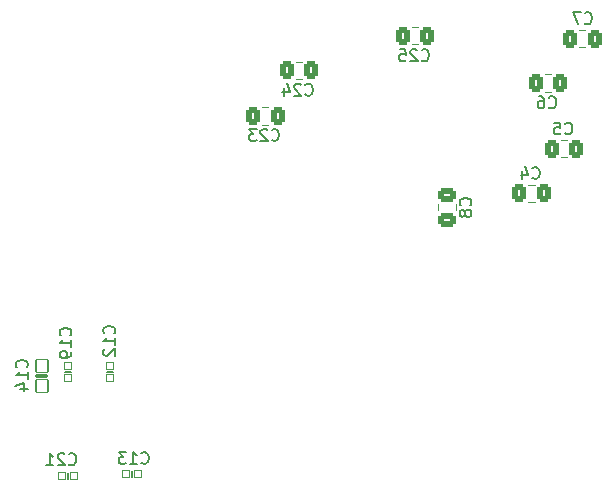
<source format=gbo>
G04 #@! TF.GenerationSoftware,KiCad,Pcbnew,7.0.3*
G04 #@! TF.CreationDate,2023-06-15T19:20:55+02:00*
G04 #@! TF.ProjectId,osc_v2,6f73635f-7632-42e6-9b69-6361645f7063,rev?*
G04 #@! TF.SameCoordinates,Original*
G04 #@! TF.FileFunction,Legend,Bot*
G04 #@! TF.FilePolarity,Positive*
%FSLAX46Y46*%
G04 Gerber Fmt 4.6, Leading zero omitted, Abs format (unit mm)*
G04 Created by KiCad (PCBNEW 7.0.3) date 2023-06-15 19:20:55*
%MOMM*%
%LPD*%
G01*
G04 APERTURE LIST*
G04 Aperture macros list*
%AMRoundRect*
0 Rectangle with rounded corners*
0 $1 Rounding radius*
0 $2 $3 $4 $5 $6 $7 $8 $9 X,Y pos of 4 corners*
0 Add a 4 corners polygon primitive as box body*
4,1,4,$2,$3,$4,$5,$6,$7,$8,$9,$2,$3,0*
0 Add four circle primitives for the rounded corners*
1,1,$1+$1,$2,$3*
1,1,$1+$1,$4,$5*
1,1,$1+$1,$6,$7*
1,1,$1+$1,$8,$9*
0 Add four rect primitives between the rounded corners*
20,1,$1+$1,$2,$3,$4,$5,0*
20,1,$1+$1,$4,$5,$6,$7,0*
20,1,$1+$1,$6,$7,$8,$9,0*
20,1,$1+$1,$8,$9,$2,$3,0*%
G04 Aperture macros list end*
%ADD10C,0.150000*%
%ADD11C,0.203200*%
%ADD12C,0.120000*%
%ADD13C,0.304800*%
%ADD14R,1.350000X1.350000*%
%ADD15O,1.350000X1.350000*%
%ADD16O,2.016000X1.008000*%
%ADD17RoundRect,0.050800X-0.300000X0.300000X-0.300000X-0.300000X0.300000X-0.300000X0.300000X0.300000X0*%
%ADD18RoundRect,0.250000X0.337500X0.475000X-0.337500X0.475000X-0.337500X-0.475000X0.337500X-0.475000X0*%
%ADD19RoundRect,0.050800X0.300000X0.300000X-0.300000X0.300000X-0.300000X-0.300000X0.300000X-0.300000X0*%
%ADD20RoundRect,0.250000X-0.337500X-0.475000X0.337500X-0.475000X0.337500X0.475000X-0.337500X0.475000X0*%
%ADD21RoundRect,0.050800X0.300000X-0.300000X0.300000X0.300000X-0.300000X0.300000X-0.300000X-0.300000X0*%
%ADD22RoundRect,0.050800X0.500000X-0.537500X0.500000X0.537500X-0.500000X0.537500X-0.500000X-0.537500X0*%
%ADD23RoundRect,0.250000X-0.475000X0.337500X-0.475000X-0.337500X0.475000X-0.337500X0.475000X0.337500X0*%
G04 APERTURE END LIST*
D10*
X92629580Y-140508207D02*
X92677200Y-140460588D01*
X92677200Y-140460588D02*
X92724819Y-140317731D01*
X92724819Y-140317731D02*
X92724819Y-140222493D01*
X92724819Y-140222493D02*
X92677200Y-140079636D01*
X92677200Y-140079636D02*
X92581961Y-139984398D01*
X92581961Y-139984398D02*
X92486723Y-139936779D01*
X92486723Y-139936779D02*
X92296247Y-139889160D01*
X92296247Y-139889160D02*
X92153390Y-139889160D01*
X92153390Y-139889160D02*
X91962914Y-139936779D01*
X91962914Y-139936779D02*
X91867676Y-139984398D01*
X91867676Y-139984398D02*
X91772438Y-140079636D01*
X91772438Y-140079636D02*
X91724819Y-140222493D01*
X91724819Y-140222493D02*
X91724819Y-140317731D01*
X91724819Y-140317731D02*
X91772438Y-140460588D01*
X91772438Y-140460588D02*
X91820057Y-140508207D01*
X92724819Y-141460588D02*
X92724819Y-140889160D01*
X92724819Y-141174874D02*
X91724819Y-141174874D01*
X91724819Y-141174874D02*
X91867676Y-141079636D01*
X91867676Y-141079636D02*
X91962914Y-140984398D01*
X91962914Y-140984398D02*
X92010533Y-140889160D01*
X91820057Y-141841541D02*
X91772438Y-141889160D01*
X91772438Y-141889160D02*
X91724819Y-141984398D01*
X91724819Y-141984398D02*
X91724819Y-142222493D01*
X91724819Y-142222493D02*
X91772438Y-142317731D01*
X91772438Y-142317731D02*
X91820057Y-142365350D01*
X91820057Y-142365350D02*
X91915295Y-142412969D01*
X91915295Y-142412969D02*
X92010533Y-142412969D01*
X92010533Y-142412969D02*
X92153390Y-142365350D01*
X92153390Y-142365350D02*
X92724819Y-141793922D01*
X92724819Y-141793922D02*
X92724819Y-142412969D01*
X118669173Y-117369580D02*
X118716792Y-117417200D01*
X118716792Y-117417200D02*
X118859649Y-117464819D01*
X118859649Y-117464819D02*
X118954887Y-117464819D01*
X118954887Y-117464819D02*
X119097744Y-117417200D01*
X119097744Y-117417200D02*
X119192982Y-117321961D01*
X119192982Y-117321961D02*
X119240601Y-117226723D01*
X119240601Y-117226723D02*
X119288220Y-117036247D01*
X119288220Y-117036247D02*
X119288220Y-116893390D01*
X119288220Y-116893390D02*
X119240601Y-116702914D01*
X119240601Y-116702914D02*
X119192982Y-116607676D01*
X119192982Y-116607676D02*
X119097744Y-116512438D01*
X119097744Y-116512438D02*
X118954887Y-116464819D01*
X118954887Y-116464819D02*
X118859649Y-116464819D01*
X118859649Y-116464819D02*
X118716792Y-116512438D01*
X118716792Y-116512438D02*
X118669173Y-116560057D01*
X118288220Y-116560057D02*
X118240601Y-116512438D01*
X118240601Y-116512438D02*
X118145363Y-116464819D01*
X118145363Y-116464819D02*
X117907268Y-116464819D01*
X117907268Y-116464819D02*
X117812030Y-116512438D01*
X117812030Y-116512438D02*
X117764411Y-116560057D01*
X117764411Y-116560057D02*
X117716792Y-116655295D01*
X117716792Y-116655295D02*
X117716792Y-116750533D01*
X117716792Y-116750533D02*
X117764411Y-116893390D01*
X117764411Y-116893390D02*
X118335839Y-117464819D01*
X118335839Y-117464819D02*
X117716792Y-117464819D01*
X116812030Y-116464819D02*
X117288220Y-116464819D01*
X117288220Y-116464819D02*
X117335839Y-116941009D01*
X117335839Y-116941009D02*
X117288220Y-116893390D01*
X117288220Y-116893390D02*
X117192982Y-116845771D01*
X117192982Y-116845771D02*
X116954887Y-116845771D01*
X116954887Y-116845771D02*
X116859649Y-116893390D01*
X116859649Y-116893390D02*
X116812030Y-116941009D01*
X116812030Y-116941009D02*
X116764411Y-117036247D01*
X116764411Y-117036247D02*
X116764411Y-117274342D01*
X116764411Y-117274342D02*
X116812030Y-117369580D01*
X116812030Y-117369580D02*
X116859649Y-117417200D01*
X116859649Y-117417200D02*
X116954887Y-117464819D01*
X116954887Y-117464819D02*
X117192982Y-117464819D01*
X117192982Y-117464819D02*
X117288220Y-117417200D01*
X117288220Y-117417200D02*
X117335839Y-117369580D01*
X94946792Y-151474580D02*
X94994411Y-151522200D01*
X94994411Y-151522200D02*
X95137268Y-151569819D01*
X95137268Y-151569819D02*
X95232506Y-151569819D01*
X95232506Y-151569819D02*
X95375363Y-151522200D01*
X95375363Y-151522200D02*
X95470601Y-151426961D01*
X95470601Y-151426961D02*
X95518220Y-151331723D01*
X95518220Y-151331723D02*
X95565839Y-151141247D01*
X95565839Y-151141247D02*
X95565839Y-150998390D01*
X95565839Y-150998390D02*
X95518220Y-150807914D01*
X95518220Y-150807914D02*
X95470601Y-150712676D01*
X95470601Y-150712676D02*
X95375363Y-150617438D01*
X95375363Y-150617438D02*
X95232506Y-150569819D01*
X95232506Y-150569819D02*
X95137268Y-150569819D01*
X95137268Y-150569819D02*
X94994411Y-150617438D01*
X94994411Y-150617438D02*
X94946792Y-150665057D01*
X93994411Y-151569819D02*
X94565839Y-151569819D01*
X94280125Y-151569819D02*
X94280125Y-150569819D01*
X94280125Y-150569819D02*
X94375363Y-150712676D01*
X94375363Y-150712676D02*
X94470601Y-150807914D01*
X94470601Y-150807914D02*
X94565839Y-150855533D01*
X93661077Y-150569819D02*
X93042030Y-150569819D01*
X93042030Y-150569819D02*
X93375363Y-150950771D01*
X93375363Y-150950771D02*
X93232506Y-150950771D01*
X93232506Y-150950771D02*
X93137268Y-150998390D01*
X93137268Y-150998390D02*
X93089649Y-151046009D01*
X93089649Y-151046009D02*
X93042030Y-151141247D01*
X93042030Y-151141247D02*
X93042030Y-151379342D01*
X93042030Y-151379342D02*
X93089649Y-151474580D01*
X93089649Y-151474580D02*
X93137268Y-151522200D01*
X93137268Y-151522200D02*
X93232506Y-151569819D01*
X93232506Y-151569819D02*
X93518220Y-151569819D01*
X93518220Y-151569819D02*
X93613458Y-151522200D01*
X93613458Y-151522200D02*
X93661077Y-151474580D01*
X132472982Y-114239580D02*
X132520601Y-114287200D01*
X132520601Y-114287200D02*
X132663458Y-114334819D01*
X132663458Y-114334819D02*
X132758696Y-114334819D01*
X132758696Y-114334819D02*
X132901553Y-114287200D01*
X132901553Y-114287200D02*
X132996791Y-114191961D01*
X132996791Y-114191961D02*
X133044410Y-114096723D01*
X133044410Y-114096723D02*
X133092029Y-113906247D01*
X133092029Y-113906247D02*
X133092029Y-113763390D01*
X133092029Y-113763390D02*
X133044410Y-113572914D01*
X133044410Y-113572914D02*
X132996791Y-113477676D01*
X132996791Y-113477676D02*
X132901553Y-113382438D01*
X132901553Y-113382438D02*
X132758696Y-113334819D01*
X132758696Y-113334819D02*
X132663458Y-113334819D01*
X132663458Y-113334819D02*
X132520601Y-113382438D01*
X132520601Y-113382438D02*
X132472982Y-113430057D01*
X132139648Y-113334819D02*
X131472982Y-113334819D01*
X131472982Y-113334819D02*
X131901553Y-114334819D01*
X108831673Y-120289580D02*
X108879292Y-120337200D01*
X108879292Y-120337200D02*
X109022149Y-120384819D01*
X109022149Y-120384819D02*
X109117387Y-120384819D01*
X109117387Y-120384819D02*
X109260244Y-120337200D01*
X109260244Y-120337200D02*
X109355482Y-120241961D01*
X109355482Y-120241961D02*
X109403101Y-120146723D01*
X109403101Y-120146723D02*
X109450720Y-119956247D01*
X109450720Y-119956247D02*
X109450720Y-119813390D01*
X109450720Y-119813390D02*
X109403101Y-119622914D01*
X109403101Y-119622914D02*
X109355482Y-119527676D01*
X109355482Y-119527676D02*
X109260244Y-119432438D01*
X109260244Y-119432438D02*
X109117387Y-119384819D01*
X109117387Y-119384819D02*
X109022149Y-119384819D01*
X109022149Y-119384819D02*
X108879292Y-119432438D01*
X108879292Y-119432438D02*
X108831673Y-119480057D01*
X108450720Y-119480057D02*
X108403101Y-119432438D01*
X108403101Y-119432438D02*
X108307863Y-119384819D01*
X108307863Y-119384819D02*
X108069768Y-119384819D01*
X108069768Y-119384819D02*
X107974530Y-119432438D01*
X107974530Y-119432438D02*
X107926911Y-119480057D01*
X107926911Y-119480057D02*
X107879292Y-119575295D01*
X107879292Y-119575295D02*
X107879292Y-119670533D01*
X107879292Y-119670533D02*
X107926911Y-119813390D01*
X107926911Y-119813390D02*
X108498339Y-120384819D01*
X108498339Y-120384819D02*
X107879292Y-120384819D01*
X107022149Y-119718152D02*
X107022149Y-120384819D01*
X107260244Y-119337200D02*
X107498339Y-120051485D01*
X107498339Y-120051485D02*
X106879292Y-120051485D01*
X88799292Y-151580680D02*
X88846911Y-151628300D01*
X88846911Y-151628300D02*
X88989768Y-151675919D01*
X88989768Y-151675919D02*
X89085006Y-151675919D01*
X89085006Y-151675919D02*
X89227863Y-151628300D01*
X89227863Y-151628300D02*
X89323101Y-151533061D01*
X89323101Y-151533061D02*
X89370720Y-151437823D01*
X89370720Y-151437823D02*
X89418339Y-151247347D01*
X89418339Y-151247347D02*
X89418339Y-151104490D01*
X89418339Y-151104490D02*
X89370720Y-150914014D01*
X89370720Y-150914014D02*
X89323101Y-150818776D01*
X89323101Y-150818776D02*
X89227863Y-150723538D01*
X89227863Y-150723538D02*
X89085006Y-150675919D01*
X89085006Y-150675919D02*
X88989768Y-150675919D01*
X88989768Y-150675919D02*
X88846911Y-150723538D01*
X88846911Y-150723538D02*
X88799292Y-150771157D01*
X88418339Y-150771157D02*
X88370720Y-150723538D01*
X88370720Y-150723538D02*
X88275482Y-150675919D01*
X88275482Y-150675919D02*
X88037387Y-150675919D01*
X88037387Y-150675919D02*
X87942149Y-150723538D01*
X87942149Y-150723538D02*
X87894530Y-150771157D01*
X87894530Y-150771157D02*
X87846911Y-150866395D01*
X87846911Y-150866395D02*
X87846911Y-150961633D01*
X87846911Y-150961633D02*
X87894530Y-151104490D01*
X87894530Y-151104490D02*
X88465958Y-151675919D01*
X88465958Y-151675919D02*
X87846911Y-151675919D01*
X86894530Y-151675919D02*
X87465958Y-151675919D01*
X87180244Y-151675919D02*
X87180244Y-150675919D01*
X87180244Y-150675919D02*
X87275482Y-150818776D01*
X87275482Y-150818776D02*
X87370720Y-150914014D01*
X87370720Y-150914014D02*
X87465958Y-150961633D01*
X88929580Y-140686283D02*
X88977200Y-140638664D01*
X88977200Y-140638664D02*
X89024819Y-140495807D01*
X89024819Y-140495807D02*
X89024819Y-140400569D01*
X89024819Y-140400569D02*
X88977200Y-140257712D01*
X88977200Y-140257712D02*
X88881961Y-140162474D01*
X88881961Y-140162474D02*
X88786723Y-140114855D01*
X88786723Y-140114855D02*
X88596247Y-140067236D01*
X88596247Y-140067236D02*
X88453390Y-140067236D01*
X88453390Y-140067236D02*
X88262914Y-140114855D01*
X88262914Y-140114855D02*
X88167676Y-140162474D01*
X88167676Y-140162474D02*
X88072438Y-140257712D01*
X88072438Y-140257712D02*
X88024819Y-140400569D01*
X88024819Y-140400569D02*
X88024819Y-140495807D01*
X88024819Y-140495807D02*
X88072438Y-140638664D01*
X88072438Y-140638664D02*
X88120057Y-140686283D01*
X89024819Y-141638664D02*
X89024819Y-141067236D01*
X89024819Y-141352950D02*
X88024819Y-141352950D01*
X88024819Y-141352950D02*
X88167676Y-141257712D01*
X88167676Y-141257712D02*
X88262914Y-141162474D01*
X88262914Y-141162474D02*
X88310533Y-141067236D01*
X89024819Y-142114855D02*
X89024819Y-142305331D01*
X89024819Y-142305331D02*
X88977200Y-142400569D01*
X88977200Y-142400569D02*
X88929580Y-142448188D01*
X88929580Y-142448188D02*
X88786723Y-142543426D01*
X88786723Y-142543426D02*
X88596247Y-142591045D01*
X88596247Y-142591045D02*
X88215295Y-142591045D01*
X88215295Y-142591045D02*
X88120057Y-142543426D01*
X88120057Y-142543426D02*
X88072438Y-142495807D01*
X88072438Y-142495807D02*
X88024819Y-142400569D01*
X88024819Y-142400569D02*
X88024819Y-142210093D01*
X88024819Y-142210093D02*
X88072438Y-142114855D01*
X88072438Y-142114855D02*
X88120057Y-142067236D01*
X88120057Y-142067236D02*
X88215295Y-142019617D01*
X88215295Y-142019617D02*
X88453390Y-142019617D01*
X88453390Y-142019617D02*
X88548628Y-142067236D01*
X88548628Y-142067236D02*
X88596247Y-142114855D01*
X88596247Y-142114855D02*
X88643866Y-142210093D01*
X88643866Y-142210093D02*
X88643866Y-142400569D01*
X88643866Y-142400569D02*
X88596247Y-142495807D01*
X88596247Y-142495807D02*
X88548628Y-142543426D01*
X88548628Y-142543426D02*
X88453390Y-142591045D01*
X85229580Y-143403445D02*
X85277200Y-143355826D01*
X85277200Y-143355826D02*
X85324819Y-143212969D01*
X85324819Y-143212969D02*
X85324819Y-143117731D01*
X85324819Y-143117731D02*
X85277200Y-142974874D01*
X85277200Y-142974874D02*
X85181961Y-142879636D01*
X85181961Y-142879636D02*
X85086723Y-142832017D01*
X85086723Y-142832017D02*
X84896247Y-142784398D01*
X84896247Y-142784398D02*
X84753390Y-142784398D01*
X84753390Y-142784398D02*
X84562914Y-142832017D01*
X84562914Y-142832017D02*
X84467676Y-142879636D01*
X84467676Y-142879636D02*
X84372438Y-142974874D01*
X84372438Y-142974874D02*
X84324819Y-143117731D01*
X84324819Y-143117731D02*
X84324819Y-143212969D01*
X84324819Y-143212969D02*
X84372438Y-143355826D01*
X84372438Y-143355826D02*
X84420057Y-143403445D01*
X85324819Y-144355826D02*
X85324819Y-143784398D01*
X85324819Y-144070112D02*
X84324819Y-144070112D01*
X84324819Y-144070112D02*
X84467676Y-143974874D01*
X84467676Y-143974874D02*
X84562914Y-143879636D01*
X84562914Y-143879636D02*
X84610533Y-143784398D01*
X84658152Y-145212969D02*
X85324819Y-145212969D01*
X84277200Y-144974874D02*
X84991485Y-144736779D01*
X84991485Y-144736779D02*
X84991485Y-145355826D01*
X129452982Y-121359580D02*
X129500601Y-121407200D01*
X129500601Y-121407200D02*
X129643458Y-121454819D01*
X129643458Y-121454819D02*
X129738696Y-121454819D01*
X129738696Y-121454819D02*
X129881553Y-121407200D01*
X129881553Y-121407200D02*
X129976791Y-121311961D01*
X129976791Y-121311961D02*
X130024410Y-121216723D01*
X130024410Y-121216723D02*
X130072029Y-121026247D01*
X130072029Y-121026247D02*
X130072029Y-120883390D01*
X130072029Y-120883390D02*
X130024410Y-120692914D01*
X130024410Y-120692914D02*
X129976791Y-120597676D01*
X129976791Y-120597676D02*
X129881553Y-120502438D01*
X129881553Y-120502438D02*
X129738696Y-120454819D01*
X129738696Y-120454819D02*
X129643458Y-120454819D01*
X129643458Y-120454819D02*
X129500601Y-120502438D01*
X129500601Y-120502438D02*
X129452982Y-120550057D01*
X128595839Y-120454819D02*
X128786315Y-120454819D01*
X128786315Y-120454819D02*
X128881553Y-120502438D01*
X128881553Y-120502438D02*
X128929172Y-120550057D01*
X128929172Y-120550057D02*
X129024410Y-120692914D01*
X129024410Y-120692914D02*
X129072029Y-120883390D01*
X129072029Y-120883390D02*
X129072029Y-121264342D01*
X129072029Y-121264342D02*
X129024410Y-121359580D01*
X129024410Y-121359580D02*
X128976791Y-121407200D01*
X128976791Y-121407200D02*
X128881553Y-121454819D01*
X128881553Y-121454819D02*
X128691077Y-121454819D01*
X128691077Y-121454819D02*
X128595839Y-121407200D01*
X128595839Y-121407200D02*
X128548220Y-121359580D01*
X128548220Y-121359580D02*
X128500601Y-121264342D01*
X128500601Y-121264342D02*
X128500601Y-121026247D01*
X128500601Y-121026247D02*
X128548220Y-120931009D01*
X128548220Y-120931009D02*
X128595839Y-120883390D01*
X128595839Y-120883390D02*
X128691077Y-120835771D01*
X128691077Y-120835771D02*
X128881553Y-120835771D01*
X128881553Y-120835771D02*
X128976791Y-120883390D01*
X128976791Y-120883390D02*
X129024410Y-120931009D01*
X129024410Y-120931009D02*
X129072029Y-121026247D01*
X122794580Y-129682017D02*
X122842200Y-129634398D01*
X122842200Y-129634398D02*
X122889819Y-129491541D01*
X122889819Y-129491541D02*
X122889819Y-129396303D01*
X122889819Y-129396303D02*
X122842200Y-129253446D01*
X122842200Y-129253446D02*
X122746961Y-129158208D01*
X122746961Y-129158208D02*
X122651723Y-129110589D01*
X122651723Y-129110589D02*
X122461247Y-129062970D01*
X122461247Y-129062970D02*
X122318390Y-129062970D01*
X122318390Y-129062970D02*
X122127914Y-129110589D01*
X122127914Y-129110589D02*
X122032676Y-129158208D01*
X122032676Y-129158208D02*
X121937438Y-129253446D01*
X121937438Y-129253446D02*
X121889819Y-129396303D01*
X121889819Y-129396303D02*
X121889819Y-129491541D01*
X121889819Y-129491541D02*
X121937438Y-129634398D01*
X121937438Y-129634398D02*
X121985057Y-129682017D01*
X122318390Y-130253446D02*
X122270771Y-130158208D01*
X122270771Y-130158208D02*
X122223152Y-130110589D01*
X122223152Y-130110589D02*
X122127914Y-130062970D01*
X122127914Y-130062970D02*
X122080295Y-130062970D01*
X122080295Y-130062970D02*
X121985057Y-130110589D01*
X121985057Y-130110589D02*
X121937438Y-130158208D01*
X121937438Y-130158208D02*
X121889819Y-130253446D01*
X121889819Y-130253446D02*
X121889819Y-130443922D01*
X121889819Y-130443922D02*
X121937438Y-130539160D01*
X121937438Y-130539160D02*
X121985057Y-130586779D01*
X121985057Y-130586779D02*
X122080295Y-130634398D01*
X122080295Y-130634398D02*
X122127914Y-130634398D01*
X122127914Y-130634398D02*
X122223152Y-130586779D01*
X122223152Y-130586779D02*
X122270771Y-130539160D01*
X122270771Y-130539160D02*
X122318390Y-130443922D01*
X122318390Y-130443922D02*
X122318390Y-130253446D01*
X122318390Y-130253446D02*
X122366009Y-130158208D01*
X122366009Y-130158208D02*
X122413628Y-130110589D01*
X122413628Y-130110589D02*
X122508866Y-130062970D01*
X122508866Y-130062970D02*
X122699342Y-130062970D01*
X122699342Y-130062970D02*
X122794580Y-130110589D01*
X122794580Y-130110589D02*
X122842200Y-130158208D01*
X122842200Y-130158208D02*
X122889819Y-130253446D01*
X122889819Y-130253446D02*
X122889819Y-130443922D01*
X122889819Y-130443922D02*
X122842200Y-130539160D01*
X122842200Y-130539160D02*
X122794580Y-130586779D01*
X122794580Y-130586779D02*
X122699342Y-130634398D01*
X122699342Y-130634398D02*
X122508866Y-130634398D01*
X122508866Y-130634398D02*
X122413628Y-130586779D01*
X122413628Y-130586779D02*
X122366009Y-130539160D01*
X122366009Y-130539160D02*
X122318390Y-130443922D01*
X105981673Y-124139580D02*
X106029292Y-124187200D01*
X106029292Y-124187200D02*
X106172149Y-124234819D01*
X106172149Y-124234819D02*
X106267387Y-124234819D01*
X106267387Y-124234819D02*
X106410244Y-124187200D01*
X106410244Y-124187200D02*
X106505482Y-124091961D01*
X106505482Y-124091961D02*
X106553101Y-123996723D01*
X106553101Y-123996723D02*
X106600720Y-123806247D01*
X106600720Y-123806247D02*
X106600720Y-123663390D01*
X106600720Y-123663390D02*
X106553101Y-123472914D01*
X106553101Y-123472914D02*
X106505482Y-123377676D01*
X106505482Y-123377676D02*
X106410244Y-123282438D01*
X106410244Y-123282438D02*
X106267387Y-123234819D01*
X106267387Y-123234819D02*
X106172149Y-123234819D01*
X106172149Y-123234819D02*
X106029292Y-123282438D01*
X106029292Y-123282438D02*
X105981673Y-123330057D01*
X105600720Y-123330057D02*
X105553101Y-123282438D01*
X105553101Y-123282438D02*
X105457863Y-123234819D01*
X105457863Y-123234819D02*
X105219768Y-123234819D01*
X105219768Y-123234819D02*
X105124530Y-123282438D01*
X105124530Y-123282438D02*
X105076911Y-123330057D01*
X105076911Y-123330057D02*
X105029292Y-123425295D01*
X105029292Y-123425295D02*
X105029292Y-123520533D01*
X105029292Y-123520533D02*
X105076911Y-123663390D01*
X105076911Y-123663390D02*
X105648339Y-124234819D01*
X105648339Y-124234819D02*
X105029292Y-124234819D01*
X104695958Y-123234819D02*
X104076911Y-123234819D01*
X104076911Y-123234819D02*
X104410244Y-123615771D01*
X104410244Y-123615771D02*
X104267387Y-123615771D01*
X104267387Y-123615771D02*
X104172149Y-123663390D01*
X104172149Y-123663390D02*
X104124530Y-123711009D01*
X104124530Y-123711009D02*
X104076911Y-123806247D01*
X104076911Y-123806247D02*
X104076911Y-124044342D01*
X104076911Y-124044342D02*
X104124530Y-124139580D01*
X104124530Y-124139580D02*
X104172149Y-124187200D01*
X104172149Y-124187200D02*
X104267387Y-124234819D01*
X104267387Y-124234819D02*
X104553101Y-124234819D01*
X104553101Y-124234819D02*
X104648339Y-124187200D01*
X104648339Y-124187200D02*
X104695958Y-124139580D01*
X128047982Y-127334580D02*
X128095601Y-127382200D01*
X128095601Y-127382200D02*
X128238458Y-127429819D01*
X128238458Y-127429819D02*
X128333696Y-127429819D01*
X128333696Y-127429819D02*
X128476553Y-127382200D01*
X128476553Y-127382200D02*
X128571791Y-127286961D01*
X128571791Y-127286961D02*
X128619410Y-127191723D01*
X128619410Y-127191723D02*
X128667029Y-127001247D01*
X128667029Y-127001247D02*
X128667029Y-126858390D01*
X128667029Y-126858390D02*
X128619410Y-126667914D01*
X128619410Y-126667914D02*
X128571791Y-126572676D01*
X128571791Y-126572676D02*
X128476553Y-126477438D01*
X128476553Y-126477438D02*
X128333696Y-126429819D01*
X128333696Y-126429819D02*
X128238458Y-126429819D01*
X128238458Y-126429819D02*
X128095601Y-126477438D01*
X128095601Y-126477438D02*
X128047982Y-126525057D01*
X127190839Y-126763152D02*
X127190839Y-127429819D01*
X127428934Y-126382200D02*
X127667029Y-127096485D01*
X127667029Y-127096485D02*
X127047982Y-127096485D01*
X130810482Y-123584580D02*
X130858101Y-123632200D01*
X130858101Y-123632200D02*
X131000958Y-123679819D01*
X131000958Y-123679819D02*
X131096196Y-123679819D01*
X131096196Y-123679819D02*
X131239053Y-123632200D01*
X131239053Y-123632200D02*
X131334291Y-123536961D01*
X131334291Y-123536961D02*
X131381910Y-123441723D01*
X131381910Y-123441723D02*
X131429529Y-123251247D01*
X131429529Y-123251247D02*
X131429529Y-123108390D01*
X131429529Y-123108390D02*
X131381910Y-122917914D01*
X131381910Y-122917914D02*
X131334291Y-122822676D01*
X131334291Y-122822676D02*
X131239053Y-122727438D01*
X131239053Y-122727438D02*
X131096196Y-122679819D01*
X131096196Y-122679819D02*
X131000958Y-122679819D01*
X131000958Y-122679819D02*
X130858101Y-122727438D01*
X130858101Y-122727438D02*
X130810482Y-122775057D01*
X129905720Y-122679819D02*
X130381910Y-122679819D01*
X130381910Y-122679819D02*
X130429529Y-123156009D01*
X130429529Y-123156009D02*
X130381910Y-123108390D01*
X130381910Y-123108390D02*
X130286672Y-123060771D01*
X130286672Y-123060771D02*
X130048577Y-123060771D01*
X130048577Y-123060771D02*
X129953339Y-123108390D01*
X129953339Y-123108390D02*
X129905720Y-123156009D01*
X129905720Y-123156009D02*
X129858101Y-123251247D01*
X129858101Y-123251247D02*
X129858101Y-123489342D01*
X129858101Y-123489342D02*
X129905720Y-123584580D01*
X129905720Y-123584580D02*
X129953339Y-123632200D01*
X129953339Y-123632200D02*
X130048577Y-123679819D01*
X130048577Y-123679819D02*
X130286672Y-123679819D01*
X130286672Y-123679819D02*
X130381910Y-123632200D01*
X130381910Y-123632200D02*
X130429529Y-123584580D01*
D11*
X92055838Y-143774838D02*
X92563838Y-143774838D01*
D12*
X118386252Y-116045000D02*
X117863748Y-116045000D01*
X118386252Y-114575000D02*
X117863748Y-114575000D01*
D11*
X94155000Y-152146000D02*
X94155000Y-152654000D01*
D12*
X132023748Y-114835000D02*
X132546252Y-114835000D01*
X132023748Y-116305000D02*
X132546252Y-116305000D01*
X108026248Y-117515000D02*
X108548752Y-117515000D01*
X108026248Y-118985000D02*
X108548752Y-118985000D01*
D11*
X88755000Y-152346000D02*
X88755000Y-152854000D01*
X89009000Y-143782838D02*
X88501000Y-143782838D01*
D13*
X86909838Y-144124838D02*
X86109838Y-144124838D01*
D12*
X129123748Y-118585000D02*
X129646252Y-118585000D01*
X129123748Y-120055000D02*
X129646252Y-120055000D01*
X121570000Y-129588748D02*
X121570000Y-130111252D01*
X120100000Y-129588748D02*
X120100000Y-130111252D01*
X105176248Y-121365000D02*
X105698752Y-121365000D01*
X105176248Y-122835000D02*
X105698752Y-122835000D01*
X127718748Y-127940000D02*
X128241252Y-127940000D01*
X127718748Y-129410000D02*
X128241252Y-129410000D01*
X130468748Y-124140000D02*
X130991252Y-124140000D01*
X130468748Y-125610000D02*
X130991252Y-125610000D01*
%LPC*%
D14*
X143735000Y-158960000D03*
D15*
X143735000Y-156960000D03*
X143735000Y-154960000D03*
X143735000Y-152960000D03*
X143735000Y-150960000D03*
X143735000Y-148960000D03*
X143735000Y-146960000D03*
X143735000Y-144960000D03*
X143735000Y-142960000D03*
X143735000Y-140960000D03*
X143735000Y-138960000D03*
X143735000Y-136960000D03*
D16*
X147045000Y-116510000D03*
X143845000Y-124110000D03*
X147045000Y-124110000D03*
D17*
X92309838Y-143266838D03*
X92309838Y-144282838D03*
D18*
X119162500Y-115310000D03*
X117087500Y-115310000D03*
D19*
X94663000Y-152400000D03*
X93647000Y-152400000D03*
D20*
X131247500Y-115570000D03*
X133322500Y-115570000D03*
X107250000Y-118250000D03*
X109325000Y-118250000D03*
D19*
X89263000Y-152600000D03*
X88247000Y-152600000D03*
D21*
X88755000Y-144290838D03*
X88755000Y-143274838D03*
D22*
X86509838Y-144974838D03*
X86509838Y-143274838D03*
D20*
X128347500Y-119320000D03*
X130422500Y-119320000D03*
D23*
X120835000Y-128812500D03*
X120835000Y-130887500D03*
D20*
X104400000Y-122100000D03*
X106475000Y-122100000D03*
X126942500Y-128675000D03*
X129017500Y-128675000D03*
X129692500Y-124875000D03*
X131767500Y-124875000D03*
%LPD*%
M02*

</source>
